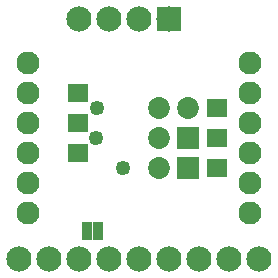
<source format=gts>
G04 MADE WITH FRITZING*
G04 WWW.FRITZING.ORG*
G04 DOUBLE SIDED*
G04 HOLES PLATED*
G04 CONTOUR ON CENTER OF CONTOUR VECTOR*
%ASAXBY*%
%FSLAX23Y23*%
%MOIN*%
%OFA0B0*%
%SFA1.0B1.0*%
%ADD10C,0.072992*%
%ADD11C,0.049370*%
%ADD12C,0.084000*%
%ADD13C,0.076929*%
%ADD14R,0.072992X0.072992*%
%ADD15R,0.035000X0.060000*%
%ADD16R,0.084000X0.084000*%
%ADD17C,0.025748*%
%LNMASK1*%
G90*
G70*
G54D10*
X628Y566D03*
X529Y566D03*
X628Y463D03*
X529Y463D03*
X628Y365D03*
X529Y365D03*
G54D11*
X409Y365D03*
X321Y465D03*
X323Y566D03*
G54D12*
X564Y862D03*
X464Y862D03*
X364Y862D03*
X264Y862D03*
X64Y62D03*
X164Y62D03*
X264Y62D03*
X364Y62D03*
X464Y62D03*
X564Y62D03*
X664Y62D03*
X764Y62D03*
X864Y62D03*
G54D13*
X834Y714D03*
X834Y614D03*
X834Y514D03*
X834Y414D03*
X834Y314D03*
X834Y214D03*
X94Y714D03*
X94Y614D03*
X94Y514D03*
X94Y414D03*
X94Y314D03*
X94Y214D03*
G54D14*
X628Y463D03*
X628Y365D03*
G54D15*
X708Y566D03*
X740Y566D03*
X708Y463D03*
X740Y463D03*
X708Y365D03*
X740Y365D03*
X277Y416D03*
X242Y416D03*
X277Y514D03*
X242Y514D03*
X277Y615D03*
X242Y615D03*
G54D16*
X564Y862D03*
G54D15*
X291Y156D03*
X327Y156D03*
G54D17*
G36*
X604Y589D02*
X651Y589D01*
X651Y542D01*
X604Y542D01*
X604Y589D01*
G37*
D02*
G04 End of Mask1*
M02*
</source>
